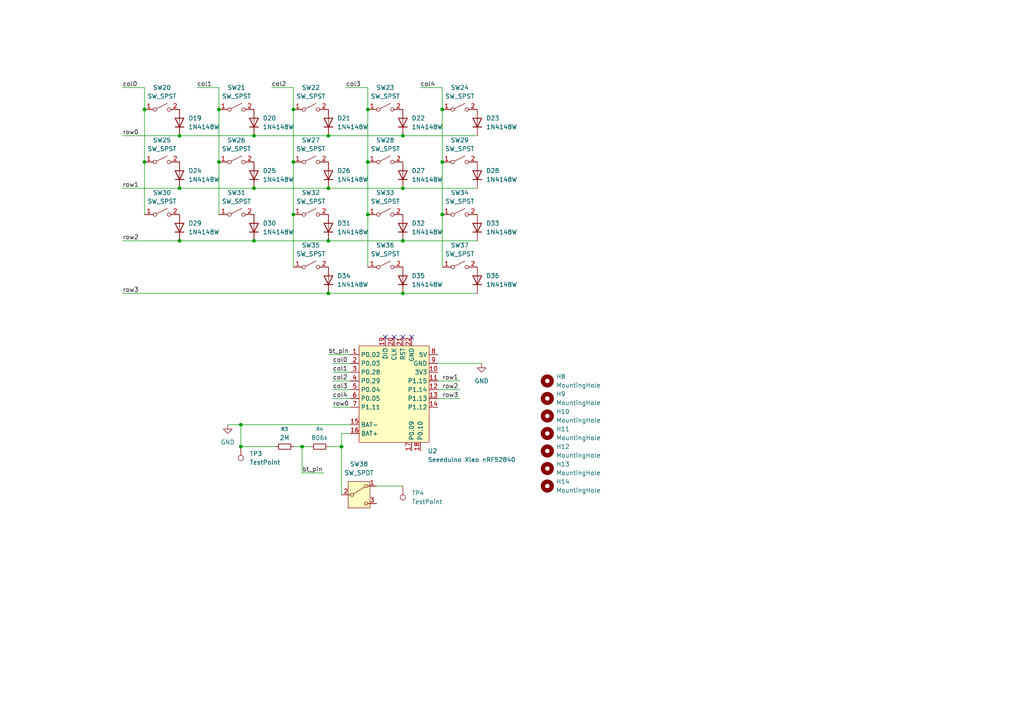
<source format=kicad_sch>
(kicad_sch (version 20250114) (generator "eeschema") (generator_version "9.0")
  (paper "A4")
  (lib_symbols
    (symbol "Connector:TestPoint" (pin_numbers (hide yes)) (pin_names (offset 0.762) (hide yes))
      (property "Reference" "TP" (at 0 6.858 0))
      (property "Value" "TestPoint" (at 0 5.08 0))
      (symbol "TestPoint_0_1"
        (circle (center 0 3.302) (radius 0.762))
      )
      (symbol "TestPoint_1_1"
        (pin passive line (at 0 0 90) (length 2.54) (name "1") (number "1"))
      )
    )
    (symbol "Device:R_Small" (pin_numbers (hide yes)) (pin_names (offset 0.254) (hide yes))
      (property "Reference" "R" (at 0 0 90))
      (property "Value" "R_Small" (at 1.778 0 90))
      (symbol "R_Small_0_1"
        (rectangle (start -0.762 1.778) (end 0.762 -1.778) (stroke (width 0.2032)))
      )
      (symbol "R_Small_1_1"
        (pin passive line (at 0 2.54 270) (length 0.762) (name "~") (number "1"))
        (pin passive line (at 0 -2.54 90) (length 0.762) (name "~") (number "2"))
      )
    )
    (symbol "Diode:1N4148W" (pin_numbers (hide yes)) (pin_names (hide yes))
      (property "Reference" "D" (at 0 2.54 0))
      (property "Value" "1N4148W" (at 0 -2.54 0))
      (symbol "1N4148W_0_1"
        (polyline (pts (xy -1.27 1.27) (xy -1.27 -1.27)) (stroke (width 0.254)))
        (polyline (pts (xy 1.27 1.27) (xy 1.27 -1.27) (xy -1.27 0) (xy 1.27 1.27)) (stroke (width 0.254)))
        (polyline (pts (xy 1.27 0) (xy -1.27 0)))
      )
      (symbol "1N4148W_1_1"
        (pin passive line (at -3.81 0 0) (length 2.54) (name "K") (number "1"))
        (pin passive line (at 3.81 0 180) (length 2.54) (name "A") (number "2"))
      )
    )
    (symbol "Mechanical:MountingHole" (pin_names (offset 1.016)) (in_bom no)
      (property "Reference" "H" (at 0 5.08 0))
      (property "Value" "MountingHole" (at 0 3.175 0))
      (symbol "MountingHole_0_1"
        (circle (center 0 0) (radius 1.27) (stroke (width 1.27)))
      )
    )
    (symbol "PCM_marbastlib-promicroish:Seeeduino_Xiao_nRF52840" (in_bom no)
      (property "Reference" "U" (at -10.16 -12.7 0))
      (property "Value" "Seeeduino Xiao nRF52840" (at -10.16 -15.24 0))
      (symbol "Seeeduino_Xiao_nRF52840_1_0"
        (pin bidirectional line (at -12.7 13.97 0) (length 2.54) (name "P0.02") (number "1"))
        (pin bidirectional line (at -12.7 11.43 0) (length 2.54) (name "P0.03") (number "2"))
        (pin bidirectional line (at -12.7 8.89 0) (length 2.54) (name "P0.28") (number "3"))
        (pin bidirectional line (at -12.7 6.35 0) (length 2.54) (name "P0.29") (number "4"))
        (pin bidirectional line (at -12.7 3.81 0) (length 2.54) (name "P0.04") (number "5"))
        (pin bidirectional line (at -12.7 1.27 0) (length 2.54) (name "P0.05") (number "6"))
        (pin bidirectional line (at -12.7 -1.27 0) (length 2.54) (name "P1.11") (number "7"))
        (pin power_in line (at -12.7 -6.35 0) (length 2.54) (name "BAT-") (number "15"))
        (pin power_in line (at -12.7 -8.89 0) (length 2.54) (name "BAT+") (number "16"))
        (pin bidirectional line (at -2.54 19.05 270) (length 2.54) (name "DIO") (number "19"))
        (pin bidirectional line (at 0 19.05 270) (length 2.54) (name "CLK") (number "20"))
        (pin bidirectional line (at 2.54 19.05 270) (length 2.54) (name "RST") (number "21"))
        (pin power_out line (at 5.08 19.05 270) (length 2.54) (name "GND") (number "22"))
        (pin bidirectional line (at 5.08 -13.97 90) (length 2.54) (name "P0.09") (number "17"))
        (pin bidirectional line (at 7.62 -13.97 90) (length 2.54) (name "P0.10") (number "18"))
        (pin power_out line (at 12.7 13.97 180) (length 2.54) (name "5V") (number "8"))
        (pin power_out line (at 12.7 11.43 180) (length 2.54) (name "GND") (number "9"))
        (pin power_out line (at 12.7 8.89 180) (length 2.54) (name "3V3") (number "10"))
        (pin bidirectional line (at 12.7 6.35 180) (length 2.54) (name "P1.15") (number "11"))
        (pin bidirectional line (at 12.7 3.81 180) (length 2.54) (name "P1.14") (number "12"))
        (pin bidirectional line (at 12.7 1.27 180) (length 2.54) (name "P1.13") (number "13"))
        (pin bidirectional line (at 12.7 -1.27 180) (length 2.54) (name "P1.12") (number "14"))
      )
      (symbol "Seeeduino_Xiao_nRF52840_1_1"
        (rectangle (start -10.16 16.51) (end 10.16 -11.43) (fill (type background)))
      )
    )
    (symbol "Switch:SW_SPDT" (pin_names (offset 0) (hide yes))
      (property "Reference" "SW" (at 0 5.08 0))
      (property "Value" "SW_SPDT" (at 0 -5.08 0))
      (symbol "SW_SPDT_0_1"
        (circle (center -2.032 0) (radius 0.4572))
        (polyline (pts (xy -1.651 0.254) (xy 1.651 2.286)))
        (circle (center 2.032 2.54) (radius 0.4572))
        (circle (center 2.032 -2.54) (radius 0.4572))
      )
      (symbol "SW_SPDT_1_1"
        (rectangle (start -3.175 3.81) (end 3.175 -3.81) (fill (type background)))
        (pin passive line (at -5.08 0 0) (length 2.54) (name "B") (number "2"))
        (pin passive line (at 5.08 2.54 180) (length 2.54) (name "A") (number "1"))
        (pin passive line (at 5.08 -2.54 180) (length 2.54) (name "C") (number "3"))
      )
    )
    (symbol "Switch:SW_SPST" (pin_names (offset 0) (hide yes))
      (property "Reference" "SW" (at 0 3.175 0))
      (property "Value" "SW_SPST" (at 0 -2.54 0))
      (symbol "SW_SPST_0_0"
        (circle (center -2.032 0) (radius 0.508))
        (polyline (pts (xy -1.524 0.254) (xy 1.524 1.778)))
        (circle (center 2.032 0) (radius 0.508))
      )
      (symbol "SW_SPST_1_1"
        (pin passive line (at -5.08 0 0) (length 2.54) (name "A") (number "1"))
        (pin passive line (at 5.08 0 180) (length 2.54) (name "B") (number "2"))
      )
    )
    (symbol "power:GND" (power) (pin_numbers (hide yes)) (pin_names (offset 0) (hide yes))
      (property "Value" "GND" (at 0 -3.81 0))
      (symbol "GND_0_1"
        (polyline (pts (xy 0 0) (xy 0 -1.27) (xy 1.27 -1.27) (xy 0 -2.54) (xy -1.27 -1.27) (xy 0 -1.27)))
      )
      (symbol "GND_1_1"
        (pin power_in line (at 0 0 270) (length 0) (name "~") (number "1"))
      )
    )
  )
  (junction (at 128.27 31.75))
  (junction (at 41.91 31.75))
  (junction (at 73.66 54.61))
  (junction (at 52.07 69.85))
  (junction (at 106.68 31.75))
  (junction (at 85.09 62.23))
  (junction (at 106.68 62.23))
  (junction (at 128.27 62.23))
  (junction (at 85.09 31.75))
  (junction (at 87.63 129.54))
  (junction (at 95.25 54.61))
  (junction (at 95.25 85.09))
  (junction (at 41.91 46.99))
  (junction (at 116.84 69.85))
  (junction (at 95.25 69.85))
  (junction (at 63.5 31.75))
  (junction (at 95.25 39.37))
  (junction (at 52.07 54.61))
  (junction (at 116.84 85.09))
  (junction (at 63.5 46.99))
  (junction (at 128.27 46.99))
  (junction (at 85.09 46.99))
  (junction (at 116.84 54.61))
  (junction (at 52.07 39.37))
  (junction (at 73.66 39.37))
  (junction (at 116.84 39.37))
  (junction (at 99.06 129.54))
  (junction (at 73.66 69.85))
  (junction (at 69.85 129.54))
  (junction (at 69.85 123.19))
  (junction (at 106.68 46.99))
  (no_connect (at 119.38 97.79))
  (no_connect (at 116.84 97.79))
  (no_connect (at 111.76 97.79))
  (no_connect (at 114.3 97.79))
  (wire (pts (xy 106.68 25.4) (xy 106.68 31.75)))
  (wire (pts (xy 95.25 85.09) (xy 116.84 85.09)))
  (wire (pts (xy 85.09 46.99) (xy 85.09 62.23)))
  (wire (pts (xy 99.06 125.73) (xy 101.6 125.73)))
  (wire (pts (xy 73.66 69.85) (xy 95.25 69.85)))
  (wire (pts (xy 106.68 31.75) (xy 106.68 46.99)))
  (wire (pts (xy 116.84 85.09) (xy 138.43 85.09)))
  (wire (pts (xy 35.56 85.09) (xy 95.25 85.09)))
  (wire (pts (xy 73.66 54.61) (xy 95.25 54.61)))
  (wire (pts (xy 121.92 25.4) (xy 128.27 25.4)))
  (wire (pts (xy 85.09 62.23) (xy 85.09 77.47)))
  (wire (pts (xy 96.52 107.95) (xy 101.6 107.95)))
  (wire (pts (xy 78.74 25.4) (xy 85.09 25.4)))
  (wire (pts (xy 52.07 54.61) (xy 73.66 54.61)))
  (wire (pts (xy 85.09 31.75) (xy 85.09 46.99)))
  (wire (pts (xy 128.27 46.99) (xy 128.27 62.23)))
  (wire (pts (xy 96.52 118.11) (xy 101.6 118.11)))
  (wire (pts (xy 69.85 129.54) (xy 80.01 129.54)))
  (wire (pts (xy 35.56 25.4) (xy 41.91 25.4)))
  (wire (pts (xy 35.56 54.61) (xy 52.07 54.61)))
  (wire (pts (xy 127 105.41) (xy 139.7 105.41)))
  (wire (pts (xy 35.56 69.85) (xy 52.07 69.85)))
  (wire (pts (xy 109.22 140.97) (xy 116.84 140.97)))
  (wire (pts (xy 128.27 62.23) (xy 128.27 77.47)))
  (wire (pts (xy 96.52 110.49) (xy 101.6 110.49)))
  (wire (pts (xy 63.5 31.75) (xy 63.5 46.99)))
  (wire (pts (xy 95.25 129.54) (xy 99.06 129.54)))
  (wire (pts (xy 100.33 25.4) (xy 106.68 25.4)))
  (wire (pts (xy 87.63 137.16) (xy 93.98 137.16)))
  (wire (pts (xy 41.91 31.75) (xy 41.91 46.99)))
  (wire (pts (xy 41.91 46.99) (xy 41.91 62.23)))
  (wire (pts (xy 35.56 39.37) (xy 52.07 39.37)))
  (wire (pts (xy 85.09 25.4) (xy 85.09 31.75)))
  (wire (pts (xy 52.07 39.37) (xy 73.66 39.37)))
  (wire (pts (xy 127 115.57) (xy 133.35 115.57)))
  (wire (pts (xy 96.52 115.57) (xy 101.6 115.57)))
  (wire (pts (xy 85.09 129.54) (xy 87.63 129.54)))
  (wire (pts (xy 96.52 105.41) (xy 101.6 105.41)))
  (wire (pts (xy 95.25 102.87) (xy 101.6 102.87)))
  (wire (pts (xy 41.91 25.4) (xy 41.91 31.75)))
  (wire (pts (xy 63.5 46.99) (xy 63.5 62.23)))
  (wire (pts (xy 128.27 31.75) (xy 128.27 46.99)))
  (wire (pts (xy 63.5 25.4) (xy 63.5 31.75)))
  (wire (pts (xy 128.27 25.4) (xy 128.27 31.75)))
  (wire (pts (xy 66.04 123.19) (xy 69.85 123.19)))
  (wire (pts (xy 127 113.03) (xy 133.35 113.03)))
  (wire (pts (xy 116.84 54.61) (xy 138.43 54.61)))
  (wire (pts (xy 69.85 123.19) (xy 101.6 123.19)))
  (wire (pts (xy 95.25 54.61) (xy 116.84 54.61)))
  (wire (pts (xy 116.84 69.85) (xy 138.43 69.85)))
  (wire (pts (xy 87.63 129.54) (xy 90.17 129.54)))
  (wire (pts (xy 106.68 62.23) (xy 106.68 77.47)))
  (wire (pts (xy 52.07 69.85) (xy 73.66 69.85)))
  (wire (pts (xy 87.63 129.54) (xy 87.63 137.16)))
  (wire (pts (xy 96.52 113.03) (xy 101.6 113.03)))
  (wire (pts (xy 73.66 39.37) (xy 95.25 39.37)))
  (wire (pts (xy 99.06 129.54) (xy 99.06 125.73)))
  (wire (pts (xy 106.68 46.99) (xy 106.68 62.23)))
  (wire (pts (xy 95.25 39.37) (xy 116.84 39.37)))
  (wire (pts (xy 99.06 129.54) (xy 99.06 143.51)))
  (wire (pts (xy 95.25 69.85) (xy 116.84 69.85)))
  (wire (pts (xy 69.85 123.19) (xy 69.85 129.54)))
  (wire (pts (xy 57.15 25.4) (xy 63.5 25.4)))
  (wire (pts (xy 116.84 39.37) (xy 138.43 39.37)))
  (wire (pts (xy 127 110.49) (xy 133.35 110.49)))
  (label "col0" (at 96.52 105.41 0))
  (label "col4" (at 121.92 25.4 0))
  (label "row0" (at 35.56 39.37 0))
  (label "col2" (at 78.74 25.4 0))
  (label "row1" (at 35.56 54.61 0))
  (label "col1" (at 96.52 107.95 0))
  (label "row0" (at 96.52 118.11 0))
  (label "col3" (at 100.33 25.4 0))
  (label "col2" (at 96.52 110.49 0))
  (label "bt_pin" (at 87.63 137.16 0))
  (label "col4" (at 96.52 115.57 0))
  (label "row2" (at 128.27 113.03 0))
  (label "bt_pin" (at 95.25 102.87 0))
  (label "row3" (at 35.56 85.09 0))
  (label "col3" (at 96.52 113.03 0))
  (label "col1" (at 57.15 25.4 0))
  (label "row3" (at 128.27 115.57 0))
  (label "row1" (at 128.27 110.49 0))
  (label "col0" (at 35.56 25.4 0))
  (label "row2" (at 35.56 69.85 0))
  (symbol (lib_id "Switch:SW_SPST") (at 68.58 31.75 0) (unit 1)
    (property "Reference" "SW2" (at 68.58 25.4 0))
    (property "Value" "SW_SPST" (at 68.58 27.94 0))
    (property "Footprint" "lad1337:CPG1316S01D02_reversible" (effects (hide yes)))
    (property "Description" "Single Pole Single Throw (SPST) switch" (effects (hide yes)))
    (instances (project "winglets" (path "" (reference "SW21") (unit 1)) (path "" (reference "SW2") (unit 1))))
  )
  (symbol (lib_id "Diode:1N4148W") (at 116.84 66.04 90) (unit 1)
    (property "Reference" "D14" (at 119.38 64.7699 90) (effects (justify right)))
    (property "Value" "1N4148W" (at 119.38 67.3099 90) (effects (justify right)))
    (property "Footprint" "Diode_SMD:D_SOD-123" (effects (hide yes)))
    (property "Datasheet" "https://www.vishay.com/docs/85748/1n4148w.pdf" (effects (hide yes)))
    (property "Description" "75V 0.15A Fast Switching Diode, SOD-123" (effects (hide yes)))
    (property "Sim.Device" "D" (effects (hide yes)))
    (property "Sim.Pins" "1=K 2=A" (effects (hide yes)))
    (instances (project "winglets" (path "" (reference "D32") (unit 1)) (path "" (reference "D14") (unit 1))))
  )
  (symbol (lib_id "Diode:1N4148W") (at 138.43 66.04 90) (unit 1)
    (property "Reference" "D15" (at 140.97 64.7699 90) (effects (justify right)))
    (property "Value" "1N4148W" (at 140.97 67.3099 90) (effects (justify right)))
    (property "Footprint" "Diode_SMD:D_SOD-123" (effects (hide yes)))
    (property "Datasheet" "https://www.vishay.com/docs/85748/1n4148w.pdf" (effects (hide yes)))
    (property "Description" "75V 0.15A Fast Switching Diode, SOD-123" (effects (hide yes)))
    (property "Sim.Device" "D" (effects (hide yes)))
    (property "Sim.Pins" "1=K 2=A" (effects (hide yes)))
    (instances (project "winglets" (path "" (reference "D33") (unit 1)) (path "" (reference "D15") (unit 1))))
  )
  (symbol (lib_id "Switch:SW_SPST") (at 133.35 46.99 0) (unit 1)
    (property "Reference" "SW10" (at 133.35 40.64 0))
    (property "Value" "SW_SPST" (at 133.35 43.18 0))
    (property "Footprint" "lad1337:CPG1316S01D02_reversible" (effects (hide yes)))
    (property "Description" "Single Pole Single Throw (SPST) switch" (effects (hide yes)))
    (instances (project "winglets" (path "" (reference "SW29") (unit 1)) (path "" (reference "SW10") (unit 1))))
  )
  (symbol (lib_id "Diode:1N4148W") (at 95.25 66.04 90) (unit 1)
    (property "Reference" "D13" (at 97.79 64.7699 90) (effects (justify right)))
    (property "Value" "1N4148W" (at 97.79 67.3099 90) (effects (justify right)))
    (property "Footprint" "Diode_SMD:D_SOD-123" (effects (hide yes)))
    (property "Datasheet" "https://www.vishay.com/docs/85748/1n4148w.pdf" (effects (hide yes)))
    (property "Description" "75V 0.15A Fast Switching Diode, SOD-123" (effects (hide yes)))
    (property "Sim.Device" "D" (effects (hide yes)))
    (property "Sim.Pins" "1=K 2=A" (effects (hide yes)))
    (instances (project "winglets" (path "" (reference "D31") (unit 1)) (path "" (reference "D13") (unit 1))))
  )
  (symbol (lib_id "Diode:1N4148W") (at 138.43 81.28 90) (unit 1)
    (property "Reference" "D18" (at 140.97 80.0099 90) (effects (justify right)))
    (property "Value" "1N4148W" (at 140.97 82.5499 90) (effects (justify right)))
    (property "Footprint" "Diode_SMD:D_SOD-123" (effects (hide yes)))
    (property "Datasheet" "https://www.vishay.com/docs/85748/1n4148w.pdf" (effects (hide yes)))
    (property "Description" "75V 0.15A Fast Switching Diode, SOD-123" (effects (hide yes)))
    (property "Sim.Device" "D" (effects (hide yes)))
    (property "Sim.Pins" "1=K 2=A" (effects (hide yes)))
    (instances (project "winglets" (path "" (reference "D36") (unit 1)) (path "" (reference "D18") (unit 1))))
  )
  (symbol (lib_id "power:GND") (at 139.7 105.41 0) (unit 1)
    (property "Reference" "#PWR01" (effects (hide yes)))
    (property "Value" "GND" (at 139.7 110.49 0))
    (property "Description" "Power symbol creates a global label with name \"GND\" , ground" (effects (hide yes)))
    (instances (project "" (path "" (reference "#PWR03") (unit 1)) (path "" (reference "#PWR01") (unit 1))))
  )
  (symbol (lib_id "Switch:SW_SPST") (at 90.17 62.23 0) (unit 1)
    (property "Reference" "SW13" (at 90.17 55.88 0))
    (property "Value" "SW_SPST" (at 90.17 58.42 0))
    (property "Footprint" "lad1337:CPG1316S01D02_reversible" (effects (hide yes)))
    (property "Description" "Single Pole Single Throw (SPST) switch" (effects (hide yes)))
    (instances (project "winglets" (path "" (reference "SW32") (unit 1)) (path "" (reference "SW13") (unit 1))))
  )
  (symbol (lib_id "Mechanical:MountingHole") (at 158.75 110.49 0) (unit 1) (in_bom no)
    (property "Reference" "H1" (at 161.29 109.2199 0) (effects (justify left)))
    (property "Value" "MountingHole" (at 161.29 111.7599 0) (effects (justify left)))
    (property "Footprint" "MountingHole:MountingHole_2.2mm_M2" (effects (hide yes)))
    (property "Description" "Mounting Hole without connection" (effects (hide yes)))
    (instances (project "" (path "" (reference "H8") (unit 1)) (path "" (reference "H1") (unit 1))))
  )
  (symbol (lib_id "Diode:1N4148W") (at 116.84 50.8 90) (unit 1)
    (property "Reference" "D9" (at 119.38 49.5299 90) (effects (justify right)))
    (property "Value" "1N4148W" (at 119.38 52.0699 90) (effects (justify right)))
    (property "Footprint" "Diode_SMD:D_SOD-123" (effects (hide yes)))
    (property "Datasheet" "https://www.vishay.com/docs/85748/1n4148w.pdf" (effects (hide yes)))
    (property "Description" "75V 0.15A Fast Switching Diode, SOD-123" (effects (hide yes)))
    (property "Sim.Device" "D" (effects (hide yes)))
    (property "Sim.Pins" "1=K 2=A" (effects (hide yes)))
    (instances (project "winglets" (path "" (reference "D27") (unit 1)) (path "" (reference "D9") (unit 1))))
  )
  (symbol (lib_id "Switch:SW_SPST") (at 111.76 31.75 0) (unit 1)
    (property "Reference" "SW4" (at 111.76 25.4 0))
    (property "Value" "SW_SPST" (at 111.76 27.94 0))
    (property "Footprint" "lad1337:CPG1316S01D02_reversible" (effects (hide yes)))
    (property "Description" "Single Pole Single Throw (SPST) switch" (effects (hide yes)))
    (instances (project "winglets" (path "" (reference "SW23") (unit 1)) (path "" (reference "SW4") (unit 1))))
  )
  (symbol (lib_id "Switch:SW_SPST") (at 111.76 46.99 0) (unit 1)
    (property "Reference" "SW9" (at 111.76 40.64 0))
    (property "Value" "SW_SPST" (at 111.76 43.18 0))
    (property "Footprint" "lad1337:CPG1316S01D02_reversible" (effects (hide yes)))
    (property "Description" "Single Pole Single Throw (SPST) switch" (effects (hide yes)))
    (instances (project "winglets" (path "" (reference "SW28") (unit 1)) (path "" (reference "SW9") (unit 1))))
  )
  (symbol (lib_id "Device:R_Small") (at 82.55 129.54 90) (unit 1)
    (property "Reference" "R1" (at 82.55 124.46 90) (effects (font (size 1.016 1.016))))
    (property "Value" "2M" (at 82.55 127 90))
    (property "Footprint" "Resistor_SMD:R_0805_2012Metric" (effects (hide yes)))
    (property "Description" "Resistor, small symbol" (effects (hide yes)))
    (instances (project "" (path "" (reference "R3") (unit 1)) (path "" (reference "R1") (unit 1))))
  )
  (symbol (lib_id "Switch:SW_SPST") (at 68.58 62.23 0) (unit 1)
    (property "Reference" "SW12" (at 68.58 55.88 0))
    (property "Value" "SW_SPST" (at 68.58 58.42 0))
    (property "Footprint" "lad1337:CPG1316S01D02_reversible" (effects (hide yes)))
    (property "Description" "Single Pole Single Throw (SPST) switch" (effects (hide yes)))
    (instances (project "winglets" (path "" (reference "SW31") (unit 1)) (path "" (reference "SW12") (unit 1))))
  )
  (symbol (lib_id "Diode:1N4148W") (at 52.07 50.8 90) (unit 1)
    (property "Reference" "D6" (at 54.61 49.5299 90) (effects (justify right)))
    (property "Value" "1N4148W" (at 54.61 52.0699 90) (effects (justify right)))
    (property "Footprint" "Diode_SMD:D_SOD-123" (effects (hide yes)))
    (property "Datasheet" "https://www.vishay.com/docs/85748/1n4148w.pdf" (effects (hide yes)))
    (property "Description" "75V 0.15A Fast Switching Diode, SOD-123" (effects (hide yes)))
    (property "Sim.Device" "D" (effects (hide yes)))
    (property "Sim.Pins" "1=K 2=A" (effects (hide yes)))
    (instances (project "winglets" (path "" (reference "D24") (unit 1)) (path "" (reference "D6") (unit 1))))
  )
  (symbol (lib_id "Diode:1N4148W") (at 73.66 35.56 90) (unit 1)
    (property "Reference" "D2" (at 76.2 34.2899 90) (effects (justify right)))
    (property "Value" "1N4148W" (at 76.2 36.8299 90) (effects (justify right)))
    (property "Footprint" "Diode_SMD:D_SOD-123" (effects (hide yes)))
    (property "Datasheet" "https://www.vishay.com/docs/85748/1n4148w.pdf" (effects (hide yes)))
    (property "Description" "75V 0.15A Fast Switching Diode, SOD-123" (effects (hide yes)))
    (property "Sim.Device" "D" (effects (hide yes)))
    (property "Sim.Pins" "1=K 2=A" (effects (hide yes)))
    (instances (project "winglets" (path "" (reference "D20") (unit 1)) (path "" (reference "D2") (unit 1))))
  )
  (symbol (lib_id "Switch:SW_SPST") (at 46.99 46.99 0) (unit 1)
    (property "Reference" "SW6" (at 46.99 40.64 0))
    (property "Value" "SW_SPST" (at 46.99 43.18 0))
    (property "Footprint" "lad1337:CPG1316S01D02_reversible" (effects (hide yes)))
    (property "Description" "Single Pole Single Throw (SPST) switch" (effects (hide yes)))
    (instances (project "winglets" (path "" (reference "SW25") (unit 1)) (path "" (reference "SW6") (unit 1))))
  )
  (symbol (lib_id "Mechanical:MountingHole") (at 158.75 115.57 0) (unit 1) (in_bom no)
    (property "Reference" "H2" (at 161.29 114.2999 0) (effects (justify left)))
    (property "Value" "MountingHole" (at 161.29 116.8399 0) (effects (justify left)))
    (property "Footprint" "MountingHole:MountingHole_2.2mm_M2" (effects (hide yes)))
    (property "Description" "Mounting Hole without connection" (effects (hide yes)))
    (instances (project "" (path "" (reference "H9") (unit 1)) (path "" (reference "H2") (unit 1))))
  )
  (symbol (lib_id "Switch:SW_SPST") (at 90.17 77.47 0) (unit 1)
    (property "Reference" "SW16" (at 90.17 71.12 0))
    (property "Value" "SW_SPST" (at 90.17 73.66 0))
    (property "Footprint" "lad1337:CPG1316S01D02_reversible" (effects (hide yes)))
    (property "Description" "Single Pole Single Throw (SPST) switch" (effects (hide yes)))
    (instances (project "winglets" (path "" (reference "SW35") (unit 1)) (path "" (reference "SW16") (unit 1))))
  )
  (symbol (lib_id "Switch:SW_SPST") (at 133.35 77.47 0) (unit 1)
    (property "Reference" "SW18" (at 133.35 71.12 0))
    (property "Value" "SW_SPST" (at 133.35 73.66 0))
    (property "Footprint" "lad1337:CPG1316S01D02_reversible" (effects (hide yes)))
    (property "Description" "Single Pole Single Throw (SPST) switch" (effects (hide yes)))
    (instances (project "winglets" (path "" (reference "SW37") (unit 1)) (path "" (reference "SW18") (unit 1))))
  )
  (symbol (lib_id "Switch:SW_SPST") (at 133.35 62.23 0) (unit 1)
    (property "Reference" "SW15" (at 133.35 55.88 0))
    (property "Value" "SW_SPST" (at 133.35 58.42 0))
    (property "Footprint" "lad1337:CPG1316S01D02_reversible" (effects (hide yes)))
    (property "Description" "Single Pole Single Throw (SPST) switch" (effects (hide yes)))
    (instances (project "winglets" (path "" (reference "SW34") (unit 1)) (path "" (reference "SW15") (unit 1))))
  )
  (symbol (lib_id "Mechanical:MountingHole") (at 158.75 140.97 0) (unit 1) (in_bom no)
    (property "Reference" "H7" (at 161.29 139.6999 0) (effects (justify left)))
    (property "Value" "MountingHole" (at 161.29 142.2399 0) (effects (justify left)))
    (property "Footprint" "Panelization:mouse-bite-5mm-slot" (effects (hide yes)))
    (property "Description" "Mounting Hole without connection" (effects (hide yes)))
    (instances (project "winglets" (path "" (reference "H14") (unit 1)) (path "" (reference "H7") (unit 1))))
  )
  (symbol (lib_id "Diode:1N4148W") (at 138.43 50.8 90) (unit 1)
    (property "Reference" "D10" (at 140.97 49.5299 90) (effects (justify right)))
    (property "Value" "1N4148W" (at 140.97 52.0699 90) (effects (justify right)))
    (property "Footprint" "Diode_SMD:D_SOD-123" (effects (hide yes)))
    (property "Datasheet" "https://www.vishay.com/docs/85748/1n4148w.pdf" (effects (hide yes)))
    (property "Description" "75V 0.15A Fast Switching Diode, SOD-123" (effects (hide yes)))
    (property "Sim.Device" "D" (effects (hide yes)))
    (property "Sim.Pins" "1=K 2=A" (effects (hide yes)))
    (instances (project "winglets" (path "" (reference "D28") (unit 1)) (path "" (reference "D10") (unit 1))))
  )
  (symbol (lib_id "Switch:SW_SPST") (at 68.58 46.99 0) (unit 1)
    (property "Reference" "SW7" (at 68.58 40.64 0))
    (property "Value" "SW_SPST" (at 68.58 43.18 0))
    (property "Footprint" "lad1337:CPG1316S01D02_reversible" (effects (hide yes)))
    (property "Description" "Single Pole Single Throw (SPST) switch" (effects (hide yes)))
    (instances (project "winglets" (path "" (reference "SW26") (unit 1)) (path "" (reference "SW7") (unit 1))))
  )
  (symbol (lib_id "Diode:1N4148W") (at 52.07 35.56 90) (unit 1)
    (property "Reference" "D1" (at 54.61 34.2899 90) (effects (justify right)))
    (property "Value" "1N4148W" (at 54.61 36.8299 90) (effects (justify right)))
    (property "Footprint" "Diode_SMD:D_SOD-123" (effects (hide yes)))
    (property "Datasheet" "https://www.vishay.com/docs/85748/1n4148w.pdf" (effects (hide yes)))
    (property "Description" "75V 0.15A Fast Switching Diode, SOD-123" (effects (hide yes)))
    (property "Sim.Device" "D" (effects (hide yes)))
    (property "Sim.Pins" "1=K 2=A" (effects (hide yes)))
    (instances (project "winglets" (path "" (reference "D19") (unit 1)) (path "" (reference "D1") (unit 1))))
  )
  (symbol (lib_id "Mechanical:MountingHole") (at 158.75 120.65 0) (unit 1) (in_bom no)
    (property "Reference" "H3" (at 161.29 119.3799 0) (effects (justify left)))
    (property "Value" "MountingHole" (at 161.29 121.9199 0) (effects (justify left)))
    (property "Footprint" "MountingHole:MountingHole_2.2mm_M2" (effects (hide yes)))
    (property "Description" "Mounting Hole without connection" (effects (hide yes)))
    (instances (project "" (path "" (reference "H10") (unit 1)) (path "" (reference "H3") (unit 1))))
  )
  (symbol (lib_id "Diode:1N4148W") (at 116.84 81.28 90) (unit 1)
    (property "Reference" "D17" (at 119.38 80.0099 90) (effects (justify right)))
    (property "Value" "1N4148W" (at 119.38 82.5499 90) (effects (justify right)))
    (property "Footprint" "Diode_SMD:D_SOD-123" (effects (hide yes)))
    (property "Datasheet" "https://www.vishay.com/docs/85748/1n4148w.pdf" (effects (hide yes)))
    (property "Description" "75V 0.15A Fast Switching Diode, SOD-123" (effects (hide yes)))
    (property "Sim.Device" "D" (effects (hide yes)))
    (property "Sim.Pins" "1=K 2=A" (effects (hide yes)))
    (instances (project "winglets" (path "" (reference "D35") (unit 1)) (path "" (reference "D17") (unit 1))))
  )
  (symbol (lib_id "Mechanical:MountingHole") (at 158.75 130.81 0) (unit 1) (in_bom no)
    (property "Reference" "H5" (at 161.29 129.5399 0) (effects (justify left)))
    (property "Value" "MountingHole" (at 161.29 132.0799 0) (effects (justify left)))
    (property "Footprint" "Panelization:mouse-bite-5mm-slot" (effects (hide yes)))
    (property "Description" "Mounting Hole without connection" (effects (hide yes)))
    (instances (project "winglets" (path "" (reference "H12") (unit 1)) (path "" (reference "H5") (unit 1))))
  )
  (symbol (lib_id "Switch:SW_SPST") (at 133.35 31.75 0) (unit 1)
    (property "Reference" "SW5" (at 133.35 25.4 0))
    (property "Value" "SW_SPST" (at 133.35 27.94 0))
    (property "Footprint" "lad1337:CPG1316S01D02_reversible" (effects (hide yes)))
    (property "Description" "Single Pole Single Throw (SPST) switch" (effects (hide yes)))
    (instances (project "winglets" (path "" (reference "SW24") (unit 1)) (path "" (reference "SW5") (unit 1))))
  )
  (symbol (lib_id "Diode:1N4148W") (at 95.25 50.8 90) (unit 1)
    (property "Reference" "D8" (at 97.79 49.5299 90) (effects (justify right)))
    (property "Value" "1N4148W" (at 97.79 52.0699 90) (effects (justify right)))
    (property "Footprint" "Diode_SMD:D_SOD-123" (effects (hide yes)))
    (property "Datasheet" "https://www.vishay.com/docs/85748/1n4148w.pdf" (effects (hide yes)))
    (property "Description" "75V 0.15A Fast Switching Diode, SOD-123" (effects (hide yes)))
    (property "Sim.Device" "D" (effects (hide yes)))
    (property "Sim.Pins" "1=K 2=A" (effects (hide yes)))
    (instances (project "winglets" (path "" (reference "D26") (unit 1)) (path "" (reference "D8") (unit 1))))
  )
  (symbol (lib_id "PCM_marbastlib-promicroish:Seeeduino_Xiao_nRF52840") (at 114.3 116.84 0) (unit 1) (in_bom no)
    (property "Reference" "U1" (at 124.0633 130.81 0) (effects (justify left)))
    (property "Value" "Seeeduino Xiao nRF52840" (at 124.0633 133.35 0) (effects (justify left)))
    (property "Footprint" "nrf52840:modified-XIAO-nRF52840-SMD" (effects (hide yes)))
    (property "Description" "Symbol for a Seeeduino Xiao nRF52840" (effects (hide yes)))
    (instances (project "" (path "" (reference "U2") (unit 1)) (path "" (reference "U1") (unit 1))))
  )
  (symbol (lib_id "Mechanical:MountingHole") (at 158.75 135.89 0) (unit 1) (in_bom no)
    (property "Reference" "H6" (at 161.29 134.6199 0) (effects (justify left)))
    (property "Value" "MountingHole" (at 161.29 137.1599 0) (effects (justify left)))
    (property "Footprint" "Panelization:mouse-bite-5mm-slot" (effects (hide yes)))
    (property "Description" "Mounting Hole without connection" (effects (hide yes)))
    (instances (project "winglets" (path "" (reference "H13") (unit 1)) (path "" (reference "H6") (unit 1))))
  )
  (symbol (lib_id "Diode:1N4148W") (at 73.66 50.8 90) (unit 1)
    (property "Reference" "D7" (at 76.2 49.5299 90) (effects (justify right)))
    (property "Value" "1N4148W" (at 76.2 52.0699 90) (effects (justify right)))
    (property "Footprint" "Diode_SMD:D_SOD-123" (effects (hide yes)))
    (property "Datasheet" "https://www.vishay.com/docs/85748/1n4148w.pdf" (effects (hide yes)))
    (property "Description" "75V 0.15A Fast Switching Diode, SOD-123" (effects (hide yes)))
    (property "Sim.Device" "D" (effects (hide yes)))
    (property "Sim.Pins" "1=K 2=A" (effects (hide yes)))
    (instances (project "winglets" (path "" (reference "D25") (unit 1)) (path "" (reference "D7") (unit 1))))
  )
  (symbol (lib_id "Mechanical:MountingHole") (at 158.75 125.73 0) (unit 1) (in_bom no)
    (property "Reference" "H4" (at 161.29 124.4599 0) (effects (justify left)))
    (property "Value" "MountingHole" (at 161.29 126.9999 0) (effects (justify left)))
    (property "Footprint" "MountingHole:MountingHole_2.2mm_M2" (effects (hide yes)))
    (property "Description" "Mounting Hole without connection" (effects (hide yes)))
    (instances (project "" (path "" (reference "H11") (unit 1)) (path "" (reference "H4") (unit 1))))
  )
  (symbol (lib_id "power:GND") (at 66.04 123.19 0) (unit 1)
    (property "Reference" "#PWR02" (effects (hide yes)))
    (property "Value" "GND" (at 66.04 128.27 0))
    (property "Description" "Power symbol creates a global label with name \"GND\" , ground" (effects (hide yes)))
    (instances (project "" (path "" (reference "#PWR04") (unit 1)) (path "" (reference "#PWR02") (unit 1))))
  )
  (symbol (lib_id "Diode:1N4148W") (at 52.07 66.04 90) (unit 1)
    (property "Reference" "D11" (at 54.61 64.7699 90) (effects (justify right)))
    (property "Value" "1N4148W" (at 54.61 67.3099 90) (effects (justify right)))
    (property "Footprint" "Diode_SMD:D_SOD-123" (effects (hide yes)))
    (property "Datasheet" "https://www.vishay.com/docs/85748/1n4148w.pdf" (effects (hide yes)))
    (property "Description" "75V 0.15A Fast Switching Diode, SOD-123" (effects (hide yes)))
    (property "Sim.Device" "D" (effects (hide yes)))
    (property "Sim.Pins" "1=K 2=A" (effects (hide yes)))
    (instances (project "winglets" (path "" (reference "D29") (unit 1)) (path "" (reference "D11") (unit 1))))
  )
  (symbol (lib_id "Switch:SW_SPST") (at 46.99 31.75 0) (unit 1)
    (property "Reference" "SW1" (at 46.99 25.4 0))
    (property "Value" "SW_SPST" (at 46.99 27.94 0))
    (property "Footprint" "lad1337:CPG1316S01D02_reversible" (effects (hide yes)))
    (property "Description" "Single Pole Single Throw (SPST) switch" (effects (hide yes)))
    (instances (project "winglets" (path "" (reference "SW20") (unit 1)) (path "" (reference "SW1") (unit 1))))
  )
  (symbol (lib_id "Switch:SW_SPST") (at 90.17 46.99 0) (unit 1)
    (property "Reference" "SW8" (at 90.17 40.64 0))
    (property "Value" "SW_SPST" (at 90.17 43.18 0))
    (property "Footprint" "lad1337:CPG1316S01D02_reversible" (effects (hide yes)))
    (property "Description" "Single Pole Single Throw (SPST) switch" (effects (hide yes)))
    (instances (project "winglets" (path "" (reference "SW27") (unit 1)) (path "" (reference "SW8") (unit 1))))
  )
  (symbol (lib_id "Diode:1N4148W") (at 95.25 35.56 90) (unit 1)
    (property "Reference" "D3" (at 97.79 34.2899 90) (effects (justify right)))
    (property "Value" "1N4148W" (at 97.79 36.8299 90) (effects (justify right)))
    (property "Footprint" "Diode_SMD:D_SOD-123" (effects (hide yes)))
    (property "Datasheet" "https://www.vishay.com/docs/85748/1n4148w.pdf" (effects (hide yes)))
    (property "Description" "75V 0.15A Fast Switching Diode, SOD-123" (effects (hide yes)))
    (property "Sim.Device" "D" (effects (hide yes)))
    (property "Sim.Pins" "1=K 2=A" (effects (hide yes)))
    (instances (project "winglets" (path "" (reference "D21") (unit 1)) (path "" (reference "D3") (unit 1))))
  )
  (symbol (lib_id "Connector:TestPoint") (at 116.84 140.97 180) (unit 1)
    (property "Reference" "TP2" (at 119.38 143.0019 0) (effects (justify right)))
    (property "Value" "TestPoint" (at 119.38 145.5419 0) (effects (justify right)))
    (property "Footprint" "TestPoint:TestPoint_Pad_D2.0mm" (effects (hide yes)))
    (property "Description" "test point" (effects (hide yes)))
    (instances (project "" (path "" (reference "TP4") (unit 1)) (path "" (reference "TP2") (unit 1))))
  )
  (symbol (lib_id "Diode:1N4148W") (at 116.84 35.56 90) (unit 1)
    (property "Reference" "D4" (at 119.38 34.2899 90) (effects (justify right)))
    (property "Value" "1N4148W" (at 119.38 36.8299 90) (effects (justify right)))
    (property "Footprint" "Diode_SMD:D_SOD-123" (effects (hide yes)))
    (property "Datasheet" "https://www.vishay.com/docs/85748/1n4148w.pdf" (effects (hide yes)))
    (property "Description" "75V 0.15A Fast Switching Diode, SOD-123" (effects (hide yes)))
    (property "Sim.Device" "D" (effects (hide yes)))
    (property "Sim.Pins" "1=K 2=A" (effects (hide yes)))
    (instances (project "winglets" (path "" (reference "D22") (unit 1)) (path "" (reference "D4") (unit 1))))
  )
  (symbol (lib_id "Switch:SW_SPST") (at 90.17 31.75 0) (unit 1)
    (property "Reference" "SW3" (at 90.17 25.4 0))
    (property "Value" "SW_SPST" (at 90.17 27.94 0))
    (property "Footprint" "lad1337:CPG1316S01D02_reversible" (effects (hide yes)))
    (property "Description" "Single Pole Single Throw (SPST) switch" (effects (hide yes)))
    (instances (project "winglets" (path "" (reference "SW22") (unit 1)) (path "" (reference "SW3") (unit 1))))
  )
  (symbol (lib_id "Switch:SW_SPST") (at 46.99 62.23 0) (unit 1)
    (property "Reference" "SW11" (at 46.99 55.88 0))
    (property "Value" "SW_SPST" (at 46.99 58.42 0))
    (property "Footprint" "lad1337:CPG1316S01D02_reversible" (effects (hide yes)))
    (property "Description" "Single Pole Single Throw (SPST) switch" (effects (hide yes)))
    (instances (project "winglets" (path "" (reference "SW30") (unit 1)) (path "" (reference "SW11") (unit 1))))
  )
  (symbol (lib_id "Diode:1N4148W") (at 138.43 35.56 90) (unit 1)
    (property "Reference" "D5" (at 140.97 34.2899 90) (effects (justify right)))
    (property "Value" "1N4148W" (at 140.97 36.8299 90) (effects (justify right)))
    (property "Footprint" "Diode_SMD:D_SOD-123" (effects (hide yes)))
    (property "Datasheet" "https://www.vishay.com/docs/85748/1n4148w.pdf" (effects (hide yes)))
    (property "Description" "75V 0.15A Fast Switching Diode, SOD-123" (effects (hide yes)))
    (property "Sim.Device" "D" (effects (hide yes)))
    (property "Sim.Pins" "1=K 2=A" (effects (hide yes)))
    (instances (project "winglets" (path "" (reference "D23") (unit 1)) (path "" (reference "D5") (unit 1))))
  )
  (symbol (lib_id "Device:R_Small") (at 92.71 129.54 90) (unit 1)
    (property "Reference" "R2" (at 92.71 124.46 90) (effects (font (size 1.016 1.016))))
    (property "Value" "806k" (at 92.71 127 90))
    (property "Footprint" "Resistor_SMD:R_0805_2012Metric" (effects (hide yes)))
    (property "Description" "Resistor, small symbol" (effects (hide yes)))
    (instances (project "" (path "" (reference "R4") (unit 1)) (path "" (reference "R2") (unit 1))))
  )
  (symbol (lib_id "Switch:SW_SPST") (at 111.76 77.47 0) (unit 1)
    (property "Reference" "SW17" (at 111.76 71.12 0))
    (property "Value" "SW_SPST" (at 111.76 73.66 0))
    (property "Footprint" "lad1337:CPG1316S01D02_reversible" (effects (hide yes)))
    (property "Description" "Single Pole Single Throw (SPST) switch" (effects (hide yes)))
    (instances (project "winglets" (path "" (reference "SW36") (unit 1)) (path "" (reference "SW17") (unit 1))))
  )
  (symbol (lib_id "Connector:TestPoint") (at 69.85 129.54 180) (unit 1)
    (property "Reference" "TP1" (at 72.39 131.5719 0) (effects (justify right)))
    (property "Value" "TestPoint" (at 72.39 134.1119 0) (effects (justify right)))
    (property "Footprint" "TestPoint:TestPoint_Pad_D2.0mm" (effects (hide yes)))
    (property "Description" "test point" (effects (hide yes)))
    (instances (project "winglets" (path "" (reference "TP3") (unit 1)) (path "" (reference "TP1") (unit 1))))
  )
  (symbol (lib_id "Diode:1N4148W") (at 73.66 66.04 90) (unit 1)
    (property "Reference" "D12" (at 76.2 64.7699 90) (effects (justify right)))
    (property "Value" "1N4148W" (at 76.2 67.3099 90) (effects (justify right)))
    (property "Footprint" "Diode_SMD:D_SOD-123" (effects (hide yes)))
    (property "Datasheet" "https://www.vishay.com/docs/85748/1n4148w.pdf" (effects (hide yes)))
    (property "Description" "75V 0.15A Fast Switching Diode, SOD-123" (effects (hide yes)))
    (property "Sim.Device" "D" (effects (hide yes)))
    (property "Sim.Pins" "1=K 2=A" (effects (hide yes)))
    (instances (project "winglets" (path "" (reference "D30") (unit 1)) (path "" (reference "D12") (unit 1))))
  )
  (symbol (lib_id "Switch:SW_SPDT") (at 104.14 143.51 0) (unit 1)
    (property "Reference" "SW19" (at 104.14 134.62 0))
    (property "Value" "SW_SPDT" (at 104.14 137.16 0))
    (property "Footprint" "switch:SW-SMD_MSK12CO2" (effects (hide yes)))
    (property "Description" "Switch, single pole double throw" (effects (hide yes)))
    (instances (project "" (path "" (reference "SW38") (unit 1)) (path "" (reference "SW19") (unit 1))))
  )
  (symbol (lib_id "Switch:SW_SPST") (at 111.76 62.23 0) (unit 1)
    (property "Reference" "SW14" (at 111.76 55.88 0))
    (property "Value" "SW_SPST" (at 111.76 58.42 0))
    (property "Footprint" "lad1337:CPG1316S01D02_reversible" (effects (hide yes)))
    (property "Description" "Single Pole Single Throw (SPST) switch" (effects (hide yes)))
    (instances (project "winglets" (path "" (reference "SW33") (unit 1)) (path "" (reference "SW14") (unit 1))))
  )
  (symbol (lib_id "Diode:1N4148W") (at 95.25 81.28 90) (unit 1)
    (property "Reference" "D16" (at 97.79 80.0099 90) (effects (justify right)))
    (property "Value" "1N4148W" (at 97.79 82.5499 90) (effects (justify right)))
    (property "Footprint" "Diode_SMD:D_SOD-123" (effects (hide yes)))
    (property "Datasheet" "https://www.vishay.com/docs/85748/1n4148w.pdf" (effects (hide yes)))
    (property "Description" "75V 0.15A Fast Switching Diode, SOD-123" (effects (hide yes)))
    (property "Sim.Device" "D" (effects (hide yes)))
    (property "Sim.Pins" "1=K 2=A" (effects (hide yes)))
    (instances (project "winglets" (path "" (reference "D34") (unit 1)) (path "" (reference "D16") (unit 1))))
  )
)
</source>
